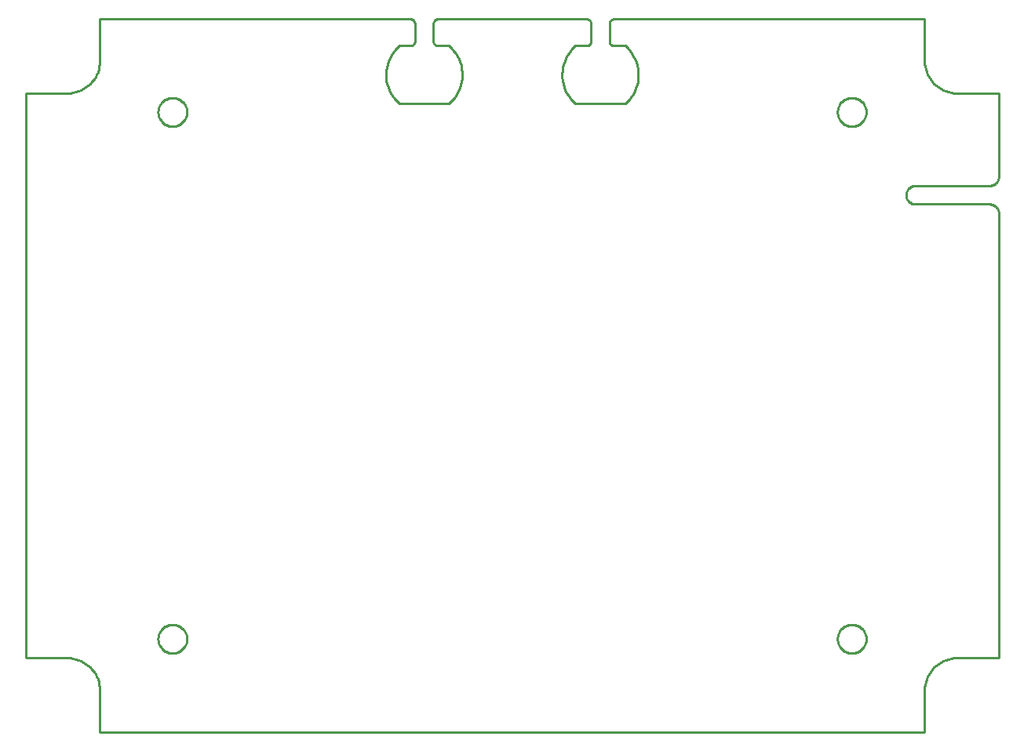
<source format=gbr>
G04 EAGLE Gerber RS-274X export*
G75*
%MOMM*%
%FSLAX34Y34*%
%LPD*%
%IN*%
%IPPOS*%
%AMOC8*
5,1,8,0,0,1.08239X$1,22.5*%
G01*
%ADD10C,0.254000*%


D10*
X0Y80000D02*
X45000Y80000D01*
X48050Y79867D01*
X51078Y79468D01*
X54059Y78807D01*
X56971Y77889D01*
X59792Y76721D01*
X62500Y75311D01*
X65075Y73670D01*
X67498Y71812D01*
X69749Y69749D01*
X71812Y67498D01*
X73670Y65075D01*
X75311Y62500D01*
X76721Y59792D01*
X77889Y56971D01*
X78807Y54059D01*
X79468Y51078D01*
X79867Y48050D01*
X80000Y45000D01*
X80000Y0D01*
X970000Y0D01*
X970000Y45000D01*
X970133Y48050D01*
X970532Y51078D01*
X971193Y54059D01*
X972111Y56971D01*
X973279Y59792D01*
X974689Y62500D01*
X976330Y65075D01*
X978188Y67498D01*
X980251Y69749D01*
X982502Y71812D01*
X984925Y73670D01*
X987500Y75311D01*
X990208Y76721D01*
X993029Y77889D01*
X995941Y78807D01*
X998922Y79468D01*
X1001950Y79867D01*
X1005000Y80000D01*
X1050000Y80000D01*
X1050000Y560000D01*
X1049962Y560872D01*
X1049848Y561736D01*
X1049659Y562588D01*
X1049397Y563420D01*
X1049063Y564226D01*
X1048660Y565000D01*
X1048192Y565736D01*
X1047660Y566428D01*
X1047071Y567071D01*
X1046428Y567660D01*
X1045736Y568192D01*
X1045000Y568660D01*
X1044226Y569063D01*
X1043420Y569397D01*
X1042588Y569659D01*
X1041736Y569848D01*
X1040872Y569962D01*
X1040000Y570000D01*
X960000Y570000D01*
X959128Y570038D01*
X958264Y570152D01*
X957412Y570341D01*
X956580Y570603D01*
X955774Y570937D01*
X955000Y571340D01*
X954264Y571808D01*
X953572Y572340D01*
X952929Y572929D01*
X952340Y573572D01*
X951808Y574264D01*
X951340Y575000D01*
X950937Y575774D01*
X950603Y576580D01*
X950341Y577412D01*
X950152Y578264D01*
X950038Y579128D01*
X950000Y580000D01*
X950038Y580872D01*
X950152Y581736D01*
X950341Y582588D01*
X950603Y583420D01*
X950937Y584226D01*
X951340Y585000D01*
X951808Y585736D01*
X952340Y586428D01*
X952929Y587071D01*
X953572Y587660D01*
X954264Y588192D01*
X955000Y588660D01*
X955774Y589063D01*
X956580Y589397D01*
X957412Y589659D01*
X958264Y589848D01*
X959128Y589962D01*
X960000Y590000D01*
X1040000Y590000D01*
X1040872Y590038D01*
X1041736Y590152D01*
X1042588Y590341D01*
X1043420Y590603D01*
X1044226Y590937D01*
X1045000Y591340D01*
X1045736Y591808D01*
X1046428Y592340D01*
X1047071Y592929D01*
X1047660Y593572D01*
X1048192Y594264D01*
X1048660Y595000D01*
X1049063Y595774D01*
X1049397Y596580D01*
X1049659Y597412D01*
X1049848Y598264D01*
X1049962Y599128D01*
X1050000Y600000D01*
X1050000Y690000D01*
X1005000Y690000D01*
X1001950Y690133D01*
X998922Y690532D01*
X995941Y691193D01*
X993029Y692111D01*
X990208Y693279D01*
X987500Y694689D01*
X984925Y696330D01*
X982502Y698188D01*
X980251Y700251D01*
X978188Y702502D01*
X976330Y704925D01*
X974689Y707500D01*
X973279Y710208D01*
X972111Y713029D01*
X971193Y715941D01*
X970532Y718922D01*
X970133Y721950D01*
X970000Y725000D01*
X970000Y770000D01*
X635000Y770000D01*
X634564Y769981D01*
X634132Y769924D01*
X633706Y769830D01*
X633290Y769698D01*
X632887Y769532D01*
X632500Y769330D01*
X632132Y769096D01*
X631786Y768830D01*
X631464Y768536D01*
X631170Y768214D01*
X630904Y767868D01*
X630670Y767500D01*
X630468Y767113D01*
X630302Y766710D01*
X630170Y766294D01*
X630076Y765868D01*
X630019Y765436D01*
X630000Y765000D01*
X630000Y746000D01*
X630019Y745564D01*
X630076Y745132D01*
X630170Y744706D01*
X630302Y744290D01*
X630468Y743887D01*
X630670Y743500D01*
X630904Y743132D01*
X631170Y742786D01*
X631464Y742464D01*
X631786Y742170D01*
X632132Y741904D01*
X632500Y741670D01*
X632887Y741468D01*
X633290Y741302D01*
X633706Y741170D01*
X634132Y741076D01*
X634564Y741019D01*
X635000Y741000D01*
X647000Y741000D01*
X649599Y738533D01*
X651974Y735850D01*
X654105Y732969D01*
X655977Y729914D01*
X657576Y726707D01*
X658890Y723373D01*
X659907Y719937D01*
X660622Y716426D01*
X661027Y712865D01*
X661121Y709283D01*
X660903Y705706D01*
X660373Y702162D01*
X659536Y698678D01*
X658399Y695280D01*
X656970Y691994D01*
X655261Y688845D01*
X653283Y685856D01*
X651052Y683052D01*
X648585Y680453D01*
X647000Y679000D01*
X593000Y679000D01*
X590401Y681467D01*
X588026Y684150D01*
X585895Y687031D01*
X584023Y690086D01*
X582424Y693293D01*
X581110Y696627D01*
X580093Y700063D01*
X579378Y703574D01*
X578973Y707135D01*
X578879Y710717D01*
X579098Y714294D01*
X579627Y717838D01*
X580464Y721322D01*
X581601Y724720D01*
X583030Y728006D01*
X584739Y731155D01*
X586717Y734144D01*
X588948Y736948D01*
X591415Y739547D01*
X593000Y741000D01*
X605000Y741000D01*
X605436Y741019D01*
X605868Y741076D01*
X606294Y741170D01*
X606710Y741302D01*
X607113Y741468D01*
X607500Y741670D01*
X607868Y741904D01*
X608214Y742170D01*
X608536Y742464D01*
X608830Y742786D01*
X609096Y743132D01*
X609330Y743500D01*
X609532Y743887D01*
X609698Y744290D01*
X609830Y744706D01*
X609924Y745132D01*
X609981Y745564D01*
X610000Y746000D01*
X610000Y765000D01*
X609981Y765436D01*
X609924Y765868D01*
X609830Y766294D01*
X609698Y766710D01*
X609532Y767113D01*
X609330Y767500D01*
X609096Y767868D01*
X608830Y768214D01*
X608536Y768536D01*
X608214Y768830D01*
X607868Y769096D01*
X607500Y769330D01*
X607113Y769532D01*
X606710Y769698D01*
X606294Y769830D01*
X605868Y769924D01*
X605436Y769981D01*
X605000Y770000D01*
X445000Y770000D01*
X444564Y769981D01*
X444132Y769924D01*
X443706Y769830D01*
X443290Y769698D01*
X442887Y769532D01*
X442500Y769330D01*
X442132Y769096D01*
X441786Y768830D01*
X441464Y768536D01*
X441170Y768214D01*
X440904Y767868D01*
X440670Y767500D01*
X440468Y767113D01*
X440302Y766710D01*
X440170Y766294D01*
X440076Y765868D01*
X440019Y765436D01*
X440000Y765000D01*
X440000Y746000D01*
X440019Y745564D01*
X440076Y745132D01*
X440170Y744706D01*
X440302Y744290D01*
X440468Y743887D01*
X440670Y743500D01*
X440904Y743132D01*
X441170Y742786D01*
X441464Y742464D01*
X441786Y742170D01*
X442132Y741904D01*
X442500Y741670D01*
X442887Y741468D01*
X443290Y741302D01*
X443706Y741170D01*
X444132Y741076D01*
X444564Y741019D01*
X445000Y741000D01*
X457000Y741000D01*
X459599Y738533D01*
X461974Y735850D01*
X464105Y732969D01*
X465977Y729914D01*
X467576Y726707D01*
X468890Y723373D01*
X469907Y719937D01*
X470622Y716426D01*
X471027Y712865D01*
X471121Y709283D01*
X470903Y705706D01*
X470373Y702162D01*
X469536Y698678D01*
X468399Y695280D01*
X466970Y691994D01*
X465261Y688845D01*
X463283Y685856D01*
X461052Y683052D01*
X458585Y680453D01*
X457000Y679000D01*
X403000Y679000D01*
X400401Y681467D01*
X398026Y684150D01*
X395895Y687031D01*
X394023Y690086D01*
X392424Y693293D01*
X391110Y696627D01*
X390093Y700063D01*
X389378Y703574D01*
X388973Y707135D01*
X388879Y710717D01*
X389098Y714294D01*
X389627Y717838D01*
X390464Y721322D01*
X391601Y724720D01*
X393030Y728006D01*
X394739Y731155D01*
X396717Y734144D01*
X398948Y736948D01*
X401415Y739547D01*
X403000Y741000D01*
X415000Y741000D01*
X415436Y741019D01*
X415868Y741076D01*
X416294Y741170D01*
X416710Y741302D01*
X417113Y741468D01*
X417500Y741670D01*
X417868Y741904D01*
X418214Y742170D01*
X418536Y742464D01*
X418830Y742786D01*
X419096Y743132D01*
X419330Y743500D01*
X419532Y743887D01*
X419698Y744290D01*
X419830Y744706D01*
X419924Y745132D01*
X419981Y745564D01*
X420000Y746000D01*
X420000Y765000D01*
X419981Y765436D01*
X419924Y765868D01*
X419830Y766294D01*
X419698Y766710D01*
X419532Y767113D01*
X419330Y767500D01*
X419096Y767868D01*
X418830Y768214D01*
X418536Y768536D01*
X418214Y768830D01*
X417868Y769096D01*
X417500Y769330D01*
X417113Y769532D01*
X416710Y769698D01*
X416294Y769830D01*
X415868Y769924D01*
X415436Y769981D01*
X415000Y770000D01*
X80000Y770000D01*
X80000Y725000D01*
X79867Y721950D01*
X79468Y718922D01*
X78807Y715941D01*
X77889Y713029D01*
X76721Y710208D01*
X75311Y707500D01*
X73670Y704925D01*
X71812Y702502D01*
X69749Y700251D01*
X67498Y698188D01*
X65075Y696330D01*
X62500Y694689D01*
X59792Y693279D01*
X56971Y692111D01*
X54059Y691193D01*
X51078Y690532D01*
X48050Y690133D01*
X45000Y690000D01*
X0Y690000D01*
X0Y80000D01*
X174000Y668946D02*
X173921Y667842D01*
X173763Y666746D01*
X173528Y665664D01*
X173216Y664602D01*
X172829Y663565D01*
X172369Y662558D01*
X171839Y661586D01*
X171240Y660654D01*
X170577Y659768D01*
X169852Y658931D01*
X169069Y658148D01*
X168232Y657423D01*
X167346Y656760D01*
X166414Y656161D01*
X165443Y655631D01*
X164435Y655171D01*
X163398Y654784D01*
X162336Y654472D01*
X161254Y654237D01*
X160158Y654079D01*
X159054Y654000D01*
X157946Y654000D01*
X156842Y654079D01*
X155746Y654237D01*
X154664Y654472D01*
X153602Y654784D01*
X152565Y655171D01*
X151558Y655631D01*
X150586Y656161D01*
X149654Y656760D01*
X148768Y657423D01*
X147931Y658148D01*
X147148Y658931D01*
X146423Y659768D01*
X145760Y660654D01*
X145161Y661586D01*
X144631Y662558D01*
X144171Y663565D01*
X143784Y664602D01*
X143472Y665664D01*
X143237Y666746D01*
X143079Y667842D01*
X143000Y668946D01*
X143000Y670054D01*
X143079Y671158D01*
X143237Y672254D01*
X143472Y673336D01*
X143784Y674398D01*
X144171Y675435D01*
X144631Y676443D01*
X145161Y677414D01*
X145760Y678346D01*
X146423Y679232D01*
X147148Y680069D01*
X147931Y680852D01*
X148768Y681577D01*
X149654Y682240D01*
X150586Y682839D01*
X151558Y683369D01*
X152565Y683829D01*
X153602Y684216D01*
X154664Y684528D01*
X155746Y684763D01*
X156842Y684921D01*
X157946Y685000D01*
X159054Y685000D01*
X160158Y684921D01*
X161254Y684763D01*
X162336Y684528D01*
X163398Y684216D01*
X164435Y683829D01*
X165443Y683369D01*
X166414Y682839D01*
X167346Y682240D01*
X168232Y681577D01*
X169069Y680852D01*
X169852Y680069D01*
X170577Y679232D01*
X171240Y678346D01*
X171839Y677414D01*
X172369Y676443D01*
X172829Y675435D01*
X173216Y674398D01*
X173528Y673336D01*
X173763Y672254D01*
X173921Y671158D01*
X174000Y670054D01*
X174000Y668946D01*
X907000Y668946D02*
X906921Y667842D01*
X906763Y666746D01*
X906528Y665664D01*
X906216Y664602D01*
X905829Y663565D01*
X905369Y662558D01*
X904839Y661586D01*
X904240Y660654D01*
X903577Y659768D01*
X902852Y658931D01*
X902069Y658148D01*
X901232Y657423D01*
X900346Y656760D01*
X899414Y656161D01*
X898443Y655631D01*
X897435Y655171D01*
X896398Y654784D01*
X895336Y654472D01*
X894254Y654237D01*
X893158Y654079D01*
X892054Y654000D01*
X890946Y654000D01*
X889842Y654079D01*
X888746Y654237D01*
X887664Y654472D01*
X886602Y654784D01*
X885565Y655171D01*
X884558Y655631D01*
X883586Y656161D01*
X882654Y656760D01*
X881768Y657423D01*
X880931Y658148D01*
X880148Y658931D01*
X879423Y659768D01*
X878760Y660654D01*
X878161Y661586D01*
X877631Y662558D01*
X877171Y663565D01*
X876784Y664602D01*
X876472Y665664D01*
X876237Y666746D01*
X876079Y667842D01*
X876000Y668946D01*
X876000Y670054D01*
X876079Y671158D01*
X876237Y672254D01*
X876472Y673336D01*
X876784Y674398D01*
X877171Y675435D01*
X877631Y676443D01*
X878161Y677414D01*
X878760Y678346D01*
X879423Y679232D01*
X880148Y680069D01*
X880931Y680852D01*
X881768Y681577D01*
X882654Y682240D01*
X883586Y682839D01*
X884558Y683369D01*
X885565Y683829D01*
X886602Y684216D01*
X887664Y684528D01*
X888746Y684763D01*
X889842Y684921D01*
X890946Y685000D01*
X892054Y685000D01*
X893158Y684921D01*
X894254Y684763D01*
X895336Y684528D01*
X896398Y684216D01*
X897435Y683829D01*
X898443Y683369D01*
X899414Y682839D01*
X900346Y682240D01*
X901232Y681577D01*
X902069Y680852D01*
X902852Y680069D01*
X903577Y679232D01*
X904240Y678346D01*
X904839Y677414D01*
X905369Y676443D01*
X905829Y675435D01*
X906216Y674398D01*
X906528Y673336D01*
X906763Y672254D01*
X906921Y671158D01*
X907000Y670054D01*
X907000Y668946D01*
X907000Y99946D02*
X906921Y98842D01*
X906763Y97746D01*
X906528Y96664D01*
X906216Y95602D01*
X905829Y94565D01*
X905369Y93558D01*
X904839Y92586D01*
X904240Y91654D01*
X903577Y90768D01*
X902852Y89931D01*
X902069Y89148D01*
X901232Y88423D01*
X900346Y87760D01*
X899414Y87161D01*
X898443Y86631D01*
X897435Y86171D01*
X896398Y85784D01*
X895336Y85472D01*
X894254Y85237D01*
X893158Y85079D01*
X892054Y85000D01*
X890946Y85000D01*
X889842Y85079D01*
X888746Y85237D01*
X887664Y85472D01*
X886602Y85784D01*
X885565Y86171D01*
X884558Y86631D01*
X883586Y87161D01*
X882654Y87760D01*
X881768Y88423D01*
X880931Y89148D01*
X880148Y89931D01*
X879423Y90768D01*
X878760Y91654D01*
X878161Y92586D01*
X877631Y93558D01*
X877171Y94565D01*
X876784Y95602D01*
X876472Y96664D01*
X876237Y97746D01*
X876079Y98842D01*
X876000Y99946D01*
X876000Y101054D01*
X876079Y102158D01*
X876237Y103254D01*
X876472Y104336D01*
X876784Y105398D01*
X877171Y106435D01*
X877631Y107443D01*
X878161Y108414D01*
X878760Y109346D01*
X879423Y110232D01*
X880148Y111069D01*
X880931Y111852D01*
X881768Y112577D01*
X882654Y113240D01*
X883586Y113839D01*
X884558Y114369D01*
X885565Y114829D01*
X886602Y115216D01*
X887664Y115528D01*
X888746Y115763D01*
X889842Y115921D01*
X890946Y116000D01*
X892054Y116000D01*
X893158Y115921D01*
X894254Y115763D01*
X895336Y115528D01*
X896398Y115216D01*
X897435Y114829D01*
X898443Y114369D01*
X899414Y113839D01*
X900346Y113240D01*
X901232Y112577D01*
X902069Y111852D01*
X902852Y111069D01*
X903577Y110232D01*
X904240Y109346D01*
X904839Y108414D01*
X905369Y107443D01*
X905829Y106435D01*
X906216Y105398D01*
X906528Y104336D01*
X906763Y103254D01*
X906921Y102158D01*
X907000Y101054D01*
X907000Y99946D01*
X174000Y99946D02*
X173921Y98842D01*
X173763Y97746D01*
X173528Y96664D01*
X173216Y95602D01*
X172829Y94565D01*
X172369Y93558D01*
X171839Y92586D01*
X171240Y91654D01*
X170577Y90768D01*
X169852Y89931D01*
X169069Y89148D01*
X168232Y88423D01*
X167346Y87760D01*
X166414Y87161D01*
X165443Y86631D01*
X164435Y86171D01*
X163398Y85784D01*
X162336Y85472D01*
X161254Y85237D01*
X160158Y85079D01*
X159054Y85000D01*
X157946Y85000D01*
X156842Y85079D01*
X155746Y85237D01*
X154664Y85472D01*
X153602Y85784D01*
X152565Y86171D01*
X151558Y86631D01*
X150586Y87161D01*
X149654Y87760D01*
X148768Y88423D01*
X147931Y89148D01*
X147148Y89931D01*
X146423Y90768D01*
X145760Y91654D01*
X145161Y92586D01*
X144631Y93558D01*
X144171Y94565D01*
X143784Y95602D01*
X143472Y96664D01*
X143237Y97746D01*
X143079Y98842D01*
X143000Y99946D01*
X143000Y101054D01*
X143079Y102158D01*
X143237Y103254D01*
X143472Y104336D01*
X143784Y105398D01*
X144171Y106435D01*
X144631Y107443D01*
X145161Y108414D01*
X145760Y109346D01*
X146423Y110232D01*
X147148Y111069D01*
X147931Y111852D01*
X148768Y112577D01*
X149654Y113240D01*
X150586Y113839D01*
X151558Y114369D01*
X152565Y114829D01*
X153602Y115216D01*
X154664Y115528D01*
X155746Y115763D01*
X156842Y115921D01*
X157946Y116000D01*
X159054Y116000D01*
X160158Y115921D01*
X161254Y115763D01*
X162336Y115528D01*
X163398Y115216D01*
X164435Y114829D01*
X165443Y114369D01*
X166414Y113839D01*
X167346Y113240D01*
X168232Y112577D01*
X169069Y111852D01*
X169852Y111069D01*
X170577Y110232D01*
X171240Y109346D01*
X171839Y108414D01*
X172369Y107443D01*
X172829Y106435D01*
X173216Y105398D01*
X173528Y104336D01*
X173763Y103254D01*
X173921Y102158D01*
X174000Y101054D01*
X174000Y99946D01*
M02*

</source>
